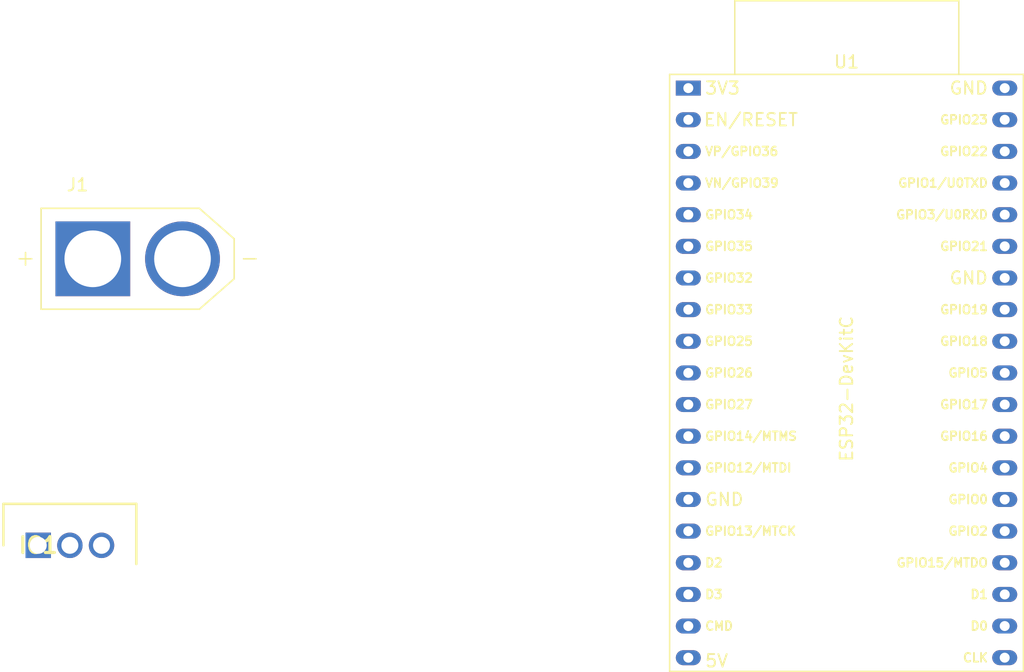
<source format=kicad_pcb>
(kicad_pcb (version 20240108) (generator "pcbnew") (generator_version "8.0")
  (layers (0 "F.Cu" signal) (31 "B.Cu" signal) (34 "B.Paste" user) (35 "F.Paste" user) (36 "B.SilkS" user "B.Silkscreen") (37 "F.SilkS" user "F.Silkscreen") (38 "B.Mask" user) (39 "F.Mask" user) (44 "Edge.Cuts" user))
  (net 0 "")
  (net 20 "+BATT")
  (net 32 "-BATT")
  (net 37 "GND")
  (net 38 "EXT_5V")
  (footprint "footprints:TO254P483X1022X1603-3P" (layer "F.Cu") (at 81.42 69.5)
    (property "Reference" "IC1" (at 0 0 0) (layer "F.SilkS") (effects (font (size 1.27 1.27) (thickness 0.254))))
    (property "Value" "MIC29300-3.3WT" (hide yes))
    (fp_line (start -2.794 -3.327) (end -2.794 0) (stroke (width 0.2)) (layer "F.SilkS"))
    (fp_line (start 7.874 -3.327) (end -2.794 -3.327) (stroke (width 0.2)) (layer "F.SilkS"))
    (fp_line (start 7.874 1.499) (end 7.874 -3.327) (stroke (width 0.2)) (layer "F.SilkS"))
    (pad "1" thru_hole rect (at 0 0) (size 2.04 2.04) (drill 1.36) (layers "*.Cu" "*.Mask") (net 20 "+BATT"))
    (pad "2" thru_hole circle (at 2.54 0) (size 2.04 2.04) (drill 1.36) (layers "*.Cu" "*.Mask") (net 32 "-BATT"))
    (pad "3" thru_hole circle (at 5.08 0) (size 2.04 2.04) (drill 1.36) (layers "*.Cu" "*.Mask") (net 38 "EXT_5V"))
  )
  (footprint "PCM_Espressif:ESP32-DevKitC" (layer "F.Cu") (at 133.6 32.8)
    (property "Reference" "U1" (at 12.7 -2.1 0) (layer "F.SilkS"))
    (property "Value" "ESP32-DevKitC" (at 12.7 24.13 90) (layer "F.SilkS"))
    (fp_line (start -1.5 46.82) (end 26.899999 46.82) (stroke (width 0.12)) (layer "F.SilkS"))
    (fp_line (start -1.499999 -1.1) (end -1.5 46.82) (stroke (width 0.12)) (layer "F.SilkS"))
    (fp_line (start 3.73012 -7.01312) (end 21.71332 -7.01312) (stroke (width 0.12)) (layer "F.SilkS"))
    (fp_line (start 3.73012 -1.12032) (end 3.73012 -7.01312) (stroke (width 0.12)) (layer "F.SilkS"))
    (fp_line (start 21.71332 -7.01312) (end 21.71332 -1.12032) (stroke (width 0.12)) (layer "F.SilkS"))
    (fp_line (start 26.899999 46.82) (end 26.9 -1.1) (stroke (width 0.12)) (layer "F.SilkS"))
    (fp_line (start 26.9 -1.1) (end -1.499999 -1.1) (stroke (width 0.12)) (layer "F.SilkS"))
    (fp_text user "GPIO17" (at 24.13 25.4 0) (layer "F.SilkS") (effects (font (size 0.7 0.7)) (justify right)))
    (fp_text user "GPIO16" (at 24.13 27.94 0) (layer "F.SilkS") (effects (font (size 0.7 0.7)) (justify right)))
    (fp_text user "GPIO26" (at 1.27 22.86 0) (layer "F.SilkS") (effects (font (size 0.7 0.7)) (justify left)))
    (fp_text user "GPIO27" (at 1.27 25.4 0) (layer "F.SilkS") (effects (font (size 0.7 0.7)) (justify left)))
    (fp_text user "GPIO13/MTCK" (at 1.27 35.56 0) (layer "F.SilkS") (effects (font (size 0.7 0.7)) (justify left)))
    (fp_text user "GND" (at 24.13 15.24 0) (layer "F.SilkS") (effects (justify right)))
    (fp_text user "GPIO19" (at 24.13 17.78 0) (layer "F.SilkS") (effects (font (size 0.7 0.7)) (justify right)))
    (fp_text user "GPIO25" (at 1.27 20.32 0) (layer "F.SilkS") (effects (font (size 0.7 0.7)) (justify left)))
    (fp_text user "GPIO34" (at 1.27 10.16 0) (layer "F.SilkS") (effects (font (size 0.7 0.7)) (justify left)))
    (fp_text user "CMD" (at 1.27 43.18 0) (layer "F.SilkS") (effects (font (size 0.7 0.7)) (justify left)))
    (fp_text user "GPIO2" (at 24.13 35.56 0) (layer "F.SilkS") (effects (font (size 0.7 0.7)) (justify right)))
    (fp_text user "5V" (at 1.26632 45.97128 0) (layer "F.SilkS") (effects (justify left)))
    (fp_text user "GPIO23" (at 24.13 2.54 0) (layer "F.SilkS") (effects (font (size 0.7 0.7)) (justify right)))
    (fp_text user "GPIO0" (at 24.13 33.02 0) (layer "F.SilkS") (effects (font (size 0.7 0.7)) (justify right)))
    (fp_text user "GPIO1/U0TXD" (at 24.13 7.62 0) (layer "F.SilkS") (effects (font (size 0.7 0.7)) (justify right)))
    (fp_text user "3V3" (at 1.27 0 0) (layer "F.SilkS") (effects (justify left)))
    (fp_text user "GPIO5" (at 24.13 22.86 0) (layer "F.SilkS") (effects (font (size 0.7 0.7)) (justify right)))
    (fp_text user "GPIO15/MTDO" (at 24.13 38.1 0) (layer "F.SilkS") (effects (font (size 0.7 0.7)) (justify right)))
    (fp_text user "VN/GPIO39" (at 1.27 7.62 0) (layer "F.SilkS") (effects (font (size 0.7 0.7)) (justify left)))
    (fp_text user "GPIO12/MTDI" (at 1.27 30.48 0) (layer "F.SilkS") (effects (font (size 0.7 0.7)) (justify left)))
    (fp_text user "GPIO32" (at 1.27 15.24 0) (layer "F.SilkS") (effects (font (size 0.7 0.7)) (justify left)))
    (fp_text user "VP/GPIO36" (at 1.27 5.08 0) (layer "F.SilkS") (effects (font (size 0.7 0.7)) (justify left)))
    (fp_text user "GND" (at 1.27 33.02 0) (layer "F.SilkS") (effects (justify left)))
    (fp_text user "D1" (at 24.13 40.64 0) (layer "F.SilkS") (effects (font (size 0.7 0.7)) (justify right)))
    (fp_text user "D0" (at 24.13 43.18 0) (layer "F.SilkS") (effects (font (size 0.7 0.7)) (justify right)))
    (fp_text user "GPIO18" (at 24.13 20.32 0) (layer "F.SilkS") (effects (font (size 0.7 0.7)) (justify right)))
    (fp_text user "GPIO14/MTMS" (at 1.27 27.94 0) (layer "F.SilkS") (effects (font (size 0.7 0.7)) (justify left)))
    (fp_text user "EN/RESET" (at 8.88632 2.53728 0) (layer "F.SilkS") (effects (justify right)))
    (fp_text user "D3" (at 1.27 40.64 0) (layer "F.SilkS") (effects (font (size 0.7 0.7)) (justify left)))
    (fp_text user "GPIO3/U0RXD" (at 24.13 10.16 0) (layer "F.SilkS") (effects (font (size 0.7 0.7)) (justify right)))
    (fp_text user "CLK" (at 24.13 45.72 0) (layer "F.SilkS") (effects (font (size 0.7 0.7)) (justify right)))
    (fp_text user "GPIO33" (at 1.27 17.78 0) (layer "F.SilkS") (effects (font (size 0.7 0.7)) (justify left)))
    (fp_text user "GND" (at 24.13 0 0) (layer "F.SilkS") (effects (justify right)))
    (fp_text user "GPIO21" (at 24.13 12.7 0) (layer "F.SilkS") (effects (font (size 0.7 0.7)) (justify right)))
    (fp_text user "GPIO22" (at 24.13 5.08 0) (layer "F.SilkS") (effects (font (size 0.7 0.7)) (justify right)))
    (fp_text user "GPIO35" (at 1.27 12.7 0) (layer "F.SilkS") (effects (font (size 0.7 0.7)) (justify left)))
    (fp_text user "D2" (at 1.27 38.1 0) (layer "F.SilkS") (effects (font (size 0.7 0.7)) (justify left)))
    (fp_text user "GPIO4" (at 24.13 30.48 0) (layer "F.SilkS") (effects (font (size 0.7 0.7)) (justify right)))
    (pad "1" thru_hole rect (at 0 0 270) (size 1.2 2) (drill 0.8) (layers "*.Cu" "*.Mask"))
    (pad "2" thru_hole oval (at 0 2.54 270) (size 1.2 2) (drill 0.8) (layers "*.Cu" "*.Mask"))
    (pad "3" thru_hole oval (at 0 5.08 270) (size 1.2 2) (drill 0.8) (layers "*.Cu" "*.Mask"))
    (pad "4" thru_hole oval (at 0 7.62 270) (size 1.2 2) (drill 0.8) (layers "*.Cu" "*.Mask"))
    (pad "5" thru_hole oval (at 0 10.16 270) (size 1.2 2) (drill 0.8) (layers "*.Cu" "*.Mask"))
    (pad "6" thru_hole oval (at 0 12.7 270) (size 1.2 2) (drill 0.8) (layers "*.Cu" "*.Mask"))
    (pad "7" thru_hole oval (at 0 15.24 270) (size 1.2 2) (drill 0.8) (layers "*.Cu" "*.Mask"))
    (pad "8" thru_hole oval (at 0 17.78 270) (size 1.2 2) (drill 0.8) (layers "*.Cu" "*.Mask"))
    (pad "9" thru_hole oval (at 0 20.32 270) (size 1.2 2) (drill 0.8) (layers "*.Cu" "*.Mask"))
    (pad "10" thru_hole oval (at 0 22.86 270) (size 1.2 2) (drill 0.8) (layers "*.Cu" "*.Mask"))
    (pad "11" thru_hole oval (at 0 25.4 270) (size 1.2 2) (drill 0.8) (layers "*.Cu" "*.Mask"))
    (pad "12" thru_hole oval (at 0 27.94 270) (size 1.2 2) (drill 0.8) (layers "*.Cu" "*.Mask"))
    (pad "13" thru_hole oval (at 0 30.48 270) (size 1.2 2) (drill 0.8) (layers "*.Cu" "*.Mask"))
    (pad "14" thru_hole oval (at 0 33.02 270) (size 1.2 2) (drill 0.8) (layers "*.Cu" "*.Mask") (net 37 "GND"))
    (pad "15" thru_hole oval (at 0 35.56 270) (size 1.2 2) (drill 0.8) (layers "*.Cu" "*.Mask"))
    (pad "16" thru_hole oval (at 0 38.1 270) (size 1.2 2) (drill 0.8) (layers "*.Cu" "*.Mask"))
    (pad "17" thru_hole oval (at 0 40.64 270) (size 1.2 2) (drill 0.8) (layers "*.Cu" "*.Mask"))
    (pad "18" thru_hole oval (at 0 43.18 270) (size 1.2 2) (drill 0.8) (layers "*.Cu" "*.Mask"))
    (pad "19" thru_hole oval (at 0 45.72 270) (size 1.2 2) (drill 0.8) (layers "*.Cu" "*.Mask") (net 38 "EXT_5V"))
    (pad "20" thru_hole oval (at 25.39632 45.71728 270) (size 1.2 2) (drill 0.8) (layers "*.Cu" "*.Mask"))
    (pad "21" thru_hole oval (at 25.39632 43.17728 270) (size 1.2 2) (drill 0.8) (layers "*.Cu" "*.Mask"))
    (pad "22" thru_hole oval (at 25.4 40.64 270) (size 1.2 2) (drill 0.8) (layers "*.Cu" "*.Mask"))
    (pad "23" thru_hole oval (at 25.4 38.1 270) (size 1.2 2) (drill 0.8) (layers "*.Cu" "*.Mask"))
    (pad "24" thru_hole oval (at 25.4 35.56 270) (size 1.2 2) (drill 0.8) (layers "*.Cu" "*.Mask"))
    (pad "25" thru_hole oval (at 25.4 33.02 270) (size 1.2 2) (drill 0.8) (layers "*.Cu" "*.Mask"))
    (pad "26" thru_hole oval (at 25.4 30.48 270) (size 1.2 2) (drill 0.8) (layers "*.Cu" "*.Mask"))
    (pad "27" thru_hole oval (at 25.4 27.94 270) (size 1.2 2) (drill 0.8) (layers "*.Cu" "*.Mask"))
    (pad "28" thru_hole oval (at 25.4 25.4 270) (size 1.2 2) (drill 0.8) (layers "*.Cu" "*.Mask"))
    (pad "29" thru_hole oval (at 25.4 22.86 270) (size 1.2 2) (drill 0.8) (layers "*.Cu" "*.Mask"))
    (pad "30" thru_hole oval (at 25.4 20.32 270) (size 1.2 2) (drill 0.8) (layers "*.Cu" "*.Mask"))
    (pad "31" thru_hole oval (at 25.4 17.78 270) (size 1.2 2) (drill 0.8) (layers "*.Cu" "*.Mask"))
    (pad "32" thru_hole oval (at 25.4 15.24 270) (size 1.2 2) (drill 0.8) (layers "*.Cu" "*.Mask") (net 37 "GND"))
    (pad "33" thru_hole oval (at 25.4 12.7 270) (size 1.2 2) (drill 0.8) (layers "*.Cu" "*.Mask"))
    (pad "34" thru_hole oval (at 25.4 10.16 270) (size 1.2 2) (drill 0.8) (layers "*.Cu" "*.Mask"))
    (pad "35" thru_hole oval (at 25.4 7.62 270) (size 1.2 2) (drill 0.8) (layers "*.Cu" "*.Mask"))
    (pad "36" thru_hole oval (at 25.4 5.08 270) (size 1.2 2) (drill 0.8) (layers "*.Cu" "*.Mask"))
    (pad "37" thru_hole oval (at 25.4 2.54 270) (size 1.2 2) (drill 0.8) (layers "*.Cu" "*.Mask"))
    (pad "38" thru_hole oval (at 25.4 0 270) (size 1.2 2) (drill 0.8) (layers "*.Cu" "*.Mask") (net 37 "GND"))
  )
  (footprint "XT60-M:AMASS_XT60-M" (layer "F.Cu") (at 89.4 46.5)
    (property "Reference" "J1" (at -4.825 -5.935 0) (layer "F.SilkS"))
    (property "Value" "XT60-M")
    (fp_line (start -9.5 0) (end -8.5 0) (stroke (width 0.127)) (layer "F.SilkS"))
    (fp_line (start -9 -0.5) (end -9 0.5) (stroke (width 0.127)) (layer "F.SilkS"))
    (fp_line (start -7.75 -4.05) (end 4.95 -4.05) (stroke (width 0.127)) (layer "F.SilkS"))
    (fp_line (start -7.75 4.05) (end -7.75 -4.05) (stroke (width 0.127)) (layer "F.SilkS"))
    (fp_line (start 4.95 -4.05) (end 7.75 -1.6) (stroke (width 0.127)) (layer "F.SilkS"))
    (fp_line (start 4.95 4.05) (end -7.75 4.05) (stroke (width 0.127)) (layer "F.SilkS"))
    (fp_line (start 7.75 -1.6) (end 7.75 1.6) (stroke (width 0.127)) (layer "F.SilkS"))
    (fp_line (start 7.75 1.6) (end 4.95 4.05) (stroke (width 0.127)) (layer "F.SilkS"))
    (fp_line (start 8.5 0) (end 9.5 0) (stroke (width 0.127)) (layer "F.SilkS"))
    (pad "N" thru_hole circle (at 3.6 0) (size 6 6) (drill 4.55) (layers "*.Cu" "*.Mask") (net 32 "-BATT"))
    (pad "P" thru_hole rect (at -3.6 0) (size 6 6) (drill 4.55) (layers "*.Cu" "*.Mask") (net 20 "+BATT"))
  )
)
</source>
